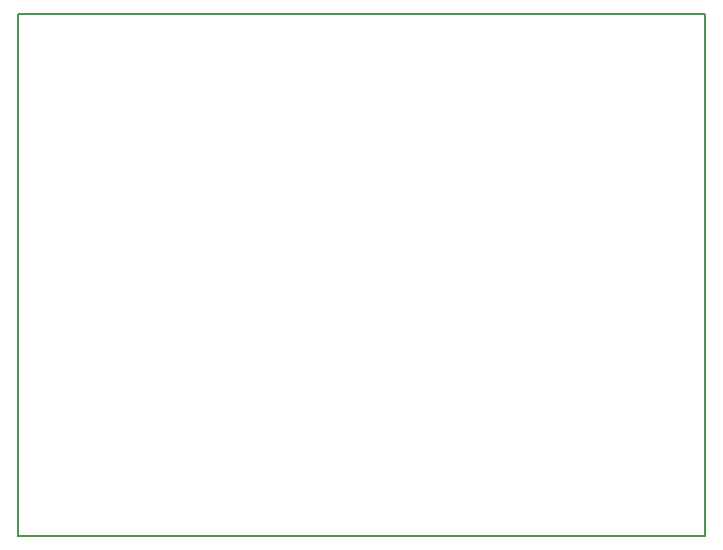
<source format=gbr>
G04 DesignSpark PCB Gerber Version 9.0 Build 5138 *
G04 #@! TF.Part,Single*
%FSLAX35Y35*%
%MOIN*%
%ADD12C,0.00500*%
X0Y0D02*
D02*
D12*
X250Y250D02*
X229384D01*
Y174266*
X250*
Y250*
X0Y0D02*
M02*

</source>
